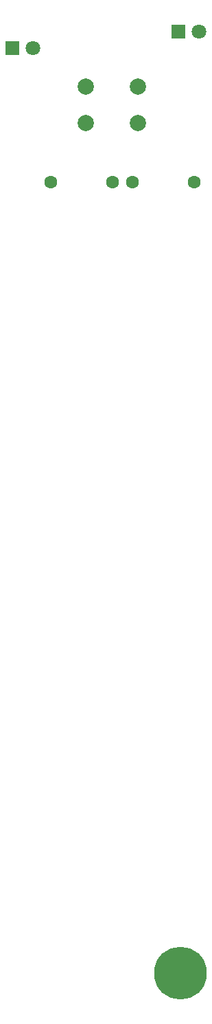
<source format=gbr>
%TF.GenerationSoftware,KiCad,Pcbnew,9.0.2*%
%TF.CreationDate,2025-06-03T16:13:35-04:00*%
%TF.ProjectId,athena workshop,61746865-6e61-4207-976f-726b73686f70,rev?*%
%TF.SameCoordinates,Original*%
%TF.FileFunction,Soldermask,Top*%
%TF.FilePolarity,Negative*%
%FSLAX46Y46*%
G04 Gerber Fmt 4.6, Leading zero omitted, Abs format (unit mm)*
G04 Created by KiCad (PCBNEW 9.0.2) date 2025-06-03 16:13:35*
%MOMM*%
%LPD*%
G01*
G04 APERTURE LIST*
%ADD10C,6.500000*%
%ADD11C,2.000000*%
%ADD12R,1.800000X1.800000*%
%ADD13C,1.800000*%
%ADD14C,1.600000*%
G04 APERTURE END LIST*
D10*
%TO.C,REF\u002A\u002A*%
X135000000Y-156500000D03*
%TD*%
D11*
%TO.C,SW1*%
X123250000Y-47250000D03*
X129750000Y-47250000D03*
X123250000Y-51750000D03*
X129750000Y-51750000D03*
%TD*%
D12*
%TO.C,D2*%
X134725000Y-40500000D03*
D13*
X137265000Y-40500000D03*
%TD*%
D14*
%TO.C,R2*%
X119000000Y-59000000D03*
X126620000Y-59000000D03*
%TD*%
D12*
%TO.C,D1*%
X114225000Y-42500000D03*
D13*
X116765000Y-42500000D03*
%TD*%
D14*
%TO.C,R1*%
X129000000Y-59000000D03*
X136620000Y-59000000D03*
%TD*%
M02*

</source>
